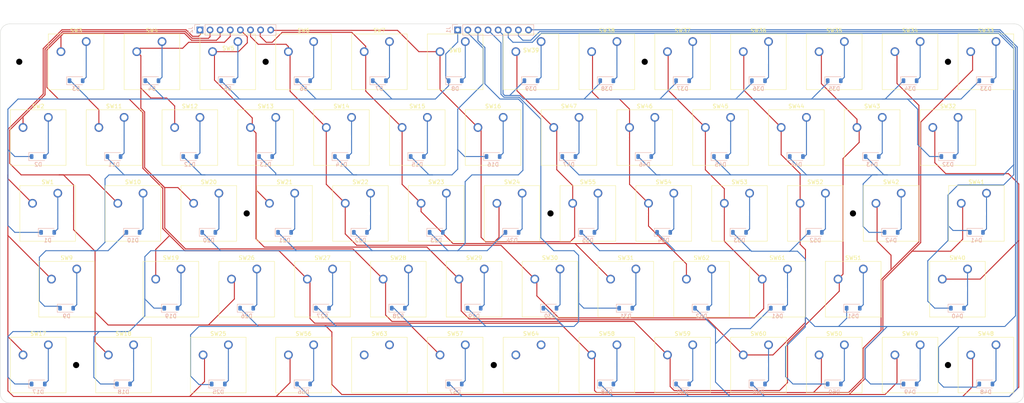
<source format=kicad_pcb>
(kicad_pcb (version 20221018) (generator pcbnew)

  (general
    (thickness 1.6)
  )

  (paper "A3")
  (layers
    (0 "F.Cu" signal)
    (31 "B.Cu" signal)
    (32 "B.Adhes" user "B.Adhesive")
    (33 "F.Adhes" user "F.Adhesive")
    (34 "B.Paste" user)
    (35 "F.Paste" user)
    (36 "B.SilkS" user "B.Silkscreen")
    (37 "F.SilkS" user "F.Silkscreen")
    (38 "B.Mask" user)
    (39 "F.Mask" user)
    (40 "Dwgs.User" user "User.Drawings")
    (41 "Cmts.User" user "User.Comments")
    (42 "Eco1.User" user "User.Eco1")
    (43 "Eco2.User" user "User.Eco2")
    (44 "Edge.Cuts" user)
    (45 "Margin" user)
    (46 "B.CrtYd" user "B.Courtyard")
    (47 "F.CrtYd" user "F.Courtyard")
    (48 "B.Fab" user)
    (49 "F.Fab" user)
    (50 "User.1" user)
    (51 "User.2" user)
    (52 "User.3" user)
    (53 "User.4" user)
    (54 "User.5" user)
    (55 "User.6" user)
    (56 "User.7" user)
    (57 "User.8" user)
    (58 "User.9" user)
  )

  (setup
    (pad_to_mask_clearance 0)
    (aux_axis_origin 83.185 188.11875)
    (grid_origin 83.185 188.11875)
    (pcbplotparams
      (layerselection 0x00010fc_ffffffff)
      (plot_on_all_layers_selection 0x0000000_00000000)
      (disableapertmacros false)
      (usegerberextensions false)
      (usegerberattributes true)
      (usegerberadvancedattributes true)
      (creategerberjobfile true)
      (dashed_line_dash_ratio 12.000000)
      (dashed_line_gap_ratio 3.000000)
      (svgprecision 4)
      (plotframeref false)
      (viasonmask false)
      (mode 1)
      (useauxorigin false)
      (hpglpennumber 1)
      (hpglpenspeed 20)
      (hpglpendiameter 15.000000)
      (dxfpolygonmode true)
      (dxfimperialunits true)
      (dxfusepcbnewfont true)
      (psnegative false)
      (psa4output false)
      (plotreference true)
      (plotvalue true)
      (plotinvisibletext false)
      (sketchpadsonfab false)
      (subtractmaskfromsilk false)
      (outputformat 1)
      (mirror false)
      (drillshape 1)
      (scaleselection 1)
      (outputdirectory "")
    )
  )

  (net 0 "")
  (net 1 "Net-(D1-K)")
  (net 2 "Net-(D1-A)")
  (net 3 "Net-(D10-A)")
  (net 4 "Net-(D10-K)")
  (net 5 "Net-(D17-K)")
  (net 6 "Net-(D17-A)")
  (net 7 "Net-(D25-K)")
  (net 8 "Net-(D25-A)")
  (net 9 "Net-(D32-K)")
  (net 10 "Net-(D33-A)")
  (net 11 "Net-(D40-K)")
  (net 12 "Net-(D41-A)")
  (net 13 "Net-(D48-K)")
  (net 14 "Net-(D49-A)")
  (net 15 "Net-(D56-K)")
  (net 16 "Net-(D56-A)")
  (net 17 "Net-(J2-Pin_1)")
  (net 18 "Net-(J2-Pin_2)")
  (net 19 "Net-(J2-Pin_3)")
  (net 20 "Net-(J2-Pin_4)")
  (net 21 "Net-(J2-Pin_5)")
  (net 22 "Net-(J2-Pin_6)")
  (net 23 "Net-(J2-Pin_7)")
  (net 24 "Net-(J2-Pin_8)")
  (net 25 "unconnected-(SW63-Pad1)")
  (net 26 "unconnected-(SW63-Pad2)")
  (net 27 "unconnected-(SW64-Pad1)")
  (net 28 "unconnected-(SW64-Pad2)")
  (net 29 "Net-(D2-A)")
  (net 30 "Net-(D3-A)")
  (net 31 "Net-(D4-A)")
  (net 32 "Net-(D5-A)")
  (net 33 "Net-(D6-A)")
  (net 34 "Net-(D7-A)")
  (net 35 "Net-(D8-A)")
  (net 36 "Net-(D9-A)")
  (net 37 "Net-(D11-A)")
  (net 38 "Net-(D12-A)")
  (net 39 "Net-(D13-A)")
  (net 40 "Net-(D14-A)")
  (net 41 "Net-(D15-A)")
  (net 42 "Net-(D16-A)")
  (net 43 "Net-(D18-A)")
  (net 44 "Net-(D19-A)")
  (net 45 "Net-(D20-A)")
  (net 46 "Net-(D21-A)")
  (net 47 "Net-(D22-A)")
  (net 48 "Net-(D23-A)")
  (net 49 "Net-(D24-A)")
  (net 50 "Net-(D26-A)")
  (net 51 "Net-(D27-A)")
  (net 52 "Net-(D28-A)")
  (net 53 "Net-(D29-A)")
  (net 54 "Net-(D30-A)")
  (net 55 "Net-(D31-A)")
  (net 56 "Net-(D32-A)")
  (net 57 "Net-(D34-A)")
  (net 58 "Net-(D35-A)")
  (net 59 "Net-(D36-A)")
  (net 60 "Net-(D37-A)")
  (net 61 "Net-(D38-A)")
  (net 62 "Net-(D39-A)")
  (net 63 "Net-(D40-A)")
  (net 64 "Net-(D42-A)")
  (net 65 "Net-(D43-A)")
  (net 66 "Net-(D44-A)")
  (net 67 "Net-(D45-A)")
  (net 68 "Net-(D46-A)")
  (net 69 "Net-(D47-A)")
  (net 70 "Net-(D48-A)")
  (net 71 "Net-(D50-A)")
  (net 72 "Net-(D51-A)")
  (net 73 "Net-(D52-A)")
  (net 74 "Net-(D53-A)")
  (net 75 "Net-(D54-A)")
  (net 76 "Net-(D55-A)")
  (net 77 "Net-(D57-A)")
  (net 78 "Net-(D58-A)")
  (net 79 "Net-(D59-A)")
  (net 80 "Net-(D60-A)")
  (net 81 "Net-(D61-A)")
  (net 82 "Net-(D62-A)")

  (footprint "Button_Switch_Keyboard:SW_Cherry_MX_1.00u_PCB" (layer "F.Cu") (at 285.75 116.36375))

  (footprint "Button_Switch_Keyboard:SW_Cherry_MX_1.00u_PCB" (layer "F.Cu") (at 261.9375 154.46375))

  (footprint "Button_Switch_Keyboard:SW_Cherry_MX_1.00u_PCB" (layer "F.Cu") (at 114.3 116.36375))

  (footprint "Button_Switch_Keyboard:SW_Cherry_MX_1.00u_PCB" (layer "F.Cu") (at 252.4125 135.41375))

  (footprint "Button_Switch_Keyboard:SW_Cherry_MX_1.25u_PCB" (layer "F.Cu") (at 140.49375 173.51375))

  (footprint "Button_Switch_Keyboard:SW_Cherry_MX_1.00u_PCB" (layer "F.Cu") (at 276.225 173.51375))

  (footprint "Button_Switch_Keyboard:SW_Cherry_MX_1.00u_PCB" (layer "F.Cu") (at 257.175 97.31375))

  (footprint "Button_Switch_Keyboard:SW_Cherry_MX_1.00u_PCB" (layer "F.Cu") (at 214.3125 135.41375))

  (footprint "Button_Switch_Keyboard:SW_Cherry_MX_1.00u_PCB" (layer "F.Cu") (at 180.975 97.31375))

  (footprint "Button_Switch_Keyboard:SW_Cherry_MX_1.00u_PCB" (layer "F.Cu") (at 200.025 173.51375))

  (footprint "Button_Switch_Keyboard:SW_Cherry_MX_1.00u_PCB" (layer "F.Cu") (at 200.025 97.31375))

  (footprint "xantronix-z32:ScrewMount" (layer "F.Cu") (at 221.435 140.49375))

  (footprint "Button_Switch_Keyboard:SW_Cherry_MX_1.00u_PCB" (layer "F.Cu") (at 233.3625 135.41375))

  (footprint "Button_Switch_Keyboard:SW_Cherry_MX_1.00u_PCB" (layer "F.Cu") (at 304.8 116.36375))

  (footprint "xantronix-z32:ScrewMount" (layer "F.Cu") (at 149.86 102.39375))

  (footprint "Button_Switch_Keyboard:SW_Cherry_MX_1.00u_PCB" (layer "F.Cu") (at 95.25 116.36375))

  (footprint "Button_Switch_Keyboard:SW_Cherry_MX_1.00u_PCB" (layer "F.Cu") (at 295.275 97.31375))

  (footprint "Button_Switch_Keyboard:SW_Cherry_MX_1.00u_PCB" (layer "F.Cu") (at 147.6375 154.46375))

  (footprint "Button_Switch_Keyboard:SW_Cherry_MX_1.00u_PCB" (layer "F.Cu") (at 152.4 116.36375))

  (footprint "Button_Switch_Keyboard:SW_Cherry_MX_1.00u_PCB" (layer "F.Cu") (at 290.5125 135.41375))

  (footprint "Button_Switch_Keyboard:SW_Cherry_MX_1.00u_PCB" (layer "F.Cu") (at 119.0625 135.41375))

  (footprint "Button_Switch_Keyboard:SW_Cherry_MX_1.00u_PCB" (layer "F.Cu") (at 142.875 97.31375))

  (footprint "Button_Switch_Keyboard:SW_Cherry_MX_1.00u_PCB" (layer "F.Cu") (at 276.225 97.31375))

  (footprint "Button_Switch_Keyboard:SW_Cherry_MX_1.00u_PCB" (layer "F.Cu") (at 323.85 116.36375))

  (footprint "Button_Switch_Keyboard:SW_Cherry_MX_1.00u_PCB" (layer "F.Cu") (at 309.5625 135.41375))

  (footprint "Button_Switch_Keyboard:SW_Cherry_MX_1.00u_PCB" (layer "F.Cu") (at 185.7375 154.46375))

  (footprint "Button_Switch_Keyboard:SW_Cherry_MX_1.25u_PCB" (layer "F.Cu") (at 97.63125 135.41375))

  (footprint "xantronix-z32:ScrewMount" (layer "F.Cu") (at 245.11 102.39375))

  (footprint "Button_Switch_Keyboard:SW_Cherry_MX_1.00u_PCB" (layer "F.Cu") (at 219.075 173.51375))

  (footprint "Button_Switch_Keyboard:SW_Cherry_MX_1.00u_PCB" (layer "F.Cu") (at 280.9875 154.46375))

  (footprint "Button_Switch_Keyboard:SW_Cherry_MX_1.00u_PCB" (layer "F.Cu") (at 204.7875 154.46375))

  (footprint "Button_Switch_Keyboard:SW_Cherry_MX_1.00u_PCB" (layer "F.Cu") (at 300.0375 154.46375))

  (footprint "Button_Switch_Keyboard:SW_Cherry_MX_1.00u_PCB" (layer "F.Cu") (at 247.65 116.36375))

  (footprint "Button_Switch_Keyboard:SW_Cherry_MX_1.00u_PCB" (layer "F.Cu") (at 257.175 173.51375))

  (footprint "Button_Switch_Keyboard:SW_Cherry_MX_1.00u_PCB" (layer "F.Cu") (at 133.35 116.36375))

  (footprint "xantronix-z32:ScrewMount" (layer "F.Cu") (at 145.0975 140.49375))

  (footprint "Button_Switch_Keyboard:SW_Cherry_MX_1.00u_PCB" (layer "F.Cu") (at 161.925 173.51375))

  (footprint "xantronix-z32:ScrewMount" (layer "F.Cu") (at 207.185 178.59375))

  (footprint "Button_Switch_Keyboard:SW_Cherry_MX_1.00u_PCB" (layer "F.Cu") (at 209.55 116.36375))

  (footprint "Button_Switch_Keyboard:SW_Cherry_MX_1.00u_PCB" (layer "F.Cu") (at 95.25 173.51375))

  (footprint "Button_Switch_Keyboard:SW_Cherry_MX_1.25u_PCB" (layer "F.Cu") (at 330.99375 135.41375))

  (footprint "Button_Switch_Keyboard:SW_Cherry_MX_1.00u_PCB" (layer "F.Cu") (at 128.5875 154.46375))

  (footprint "Button_Switch_Keyboard:SW_Cherry_MX_1.00u_PCB" (layer "F.Cu") (at 333.375 173.51375))

  (footprint "Button_Switch_Keyboard:SW_Cherry_MX_1.00u_PCB" (layer "F.Cu") (at 238.125 97.31375))

  (footprint "Button_Switch_Keyboard:SW_Cherry_MX_1.00u_PCB" (layer "F.Cu") (at 223.8375 154.46375))

  (footprint "Button_Switch_Keyboard:SW_Cherry_MX_1.00u_PCB" (layer "F.Cu")
    (tstamp 976cb9ce-e631-4a07-988d-d94dca76d087)
    (at 219.075 97.31375)
    (descr "Cherry MX keyswitch, 1.00u, PCB mount, http://cherryamericas.com/wp-content/uploads/2014/12/mx_cat.pdf")
    (tags "Cherry MX keyswitch 1.00u PCB")
    (property "Sheetfile" "xantronix-z32.kicad_sch")
    (property "Sheetname" "")
    (property "ki_description" "Push button switch, generic, two pins")
    (property "ki_keywords" "switch normally-open pushbutton push-button")
    (path "/851bf40d-2439-4374-84f7-bf723570f928")
    (attr through_hole)
    (fp_text reference "SW39" (at -2.54 2.18625) (layer "F.SilkS")
        (effects (font (size 1 1) (thickness 0.15)))
      (tstamp d5e10dfc-6c80-4c29-87ff-8f995c07bd44)
    )
    (fp_text value "SW_Push" (at -2.54 12.954) (layer "F.Fab")
        (effects (font (size 1 1) (thickness 0.15)))
      (tstamp 09951611-4cf2-4b94-8060-3eafc430344b)
    )
    (fp_text user "${REFERENCE}" (at -2.54 -2.794) (layer "F.Fab")
        (effects (font (size 1 1) (thickness 0.15)))
      (tstamp a262e151-c0b8-4ff0-8430-f583f8a38708)
    )
    (fp_line (start -9.525 -1.905) (end 4.445 -1.905)
      (stroke (width 0.12) (type solid)) (layer "F.SilkS") (tstamp b548ed35-5a1a-4059-95d4-1b1e5f394396))
    (fp_line (start -9.525 12.065) (end -9.525 -1.905)
      (stroke (width 0.12) (type solid)) (layer "F.SilkS") (tstamp a06d207f-8b8a-4cc1-9395-d3e39abde248))
    (fp_line (start 4.445 -1.905) (end 4.445 12.065)
      (stroke (width 0.12) (type solid)) (layer "F.SilkS") (tstamp cc4c0b89-9955-4917-9071-7131074328be))
    (fp_line (start 4.445 12.065) (end -9.525 12.065)
      (stroke (width 0.12) (type solid)) (layer "F.SilkS") (tstamp c6c228d9-aa6a-41c6-8616-05315a4ae560))
    (fp_line (start -12.065 -4.445) (end 6.985 -4.445)
      (stroke (width 0.15) (type solid)) (layer "Dwgs.User") (tstamp 8335b5a3-2bde-4bfa-86c4-bc21c73aefed))
    (fp_line (start -12.065 14.605) (end -12.065 -4.445)
      (stroke (width 0.15) (type solid)) (layer "Dwgs.User") (tstamp 06e700b3-c8f0-40e4-bf21-82da18a210d4))
    (fp_line (start 6.985 -4.445) (end 6.985 14.605)
      (stroke (width 0.15) (type solid)) (layer "Dwgs.User") (tstamp 9ac8fcee-e069-433e-b84a-1e12f2cec511))
    (fp_line (start 6.985 14.605) (end -12.065 14.605)
      (stroke (width 0.15) (type solid)) (layer "Dwgs.User") (tstamp 4c7c7e27-7da9-47bb-9684-0674038e6521))
    (fp_line (start -9.14 -1.52) (end 4.06 -1.52)
      (stroke (width 0.05) (type solid)) (layer "F.CrtYd") (tstamp d0cf5f43-6df8-4edd-9007-69c941e5986d))
    (fp_line (start -9.14 11.68) (end -9.14 -1.52)
      (stroke (width 0.05) (type solid)) (layer "F.CrtYd") (tstamp 2eedc4a6-be3d-4666-9b81-25eda5994de4))
    (fp_line (start 4.06 -1.52) (end 4.06 11.68)
      (stroke (width 0.05) (type solid)) (layer "F.CrtYd") (tstamp 26674f43-4792-425f-af12-6fe1794cd3ad))
    (fp_line (start 4.06 11.68) (end -9.14 11.68)
      (stroke (width 0.05) (type solid)) (layer "F.CrtYd")
... [491630 chars truncated]
</source>
